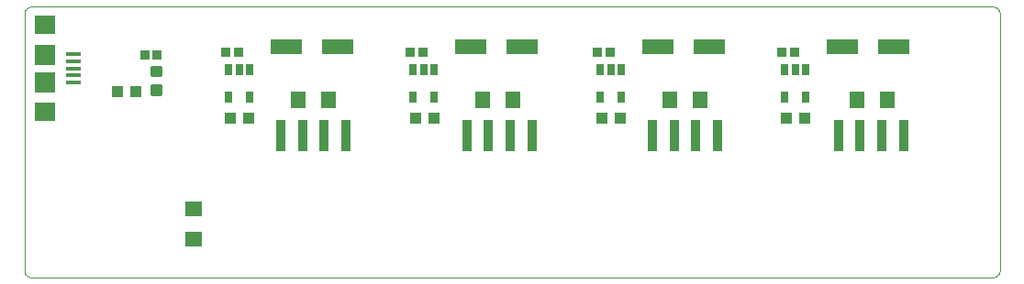
<source format=gtp>
G75*
G70*
%OFA0B0*%
%FSLAX24Y24*%
%IPPOS*%
%LPD*%
%AMOC8*
5,1,8,0,0,1.08239X$1,22.5*
%
%ADD10C,0.0000*%
%ADD11R,0.0354X0.1181*%
%ADD12R,0.0433X0.0394*%
%ADD13R,0.0630X0.0551*%
%ADD14R,0.0272X0.0390*%
%ADD15R,0.0551X0.0138*%
%ADD16R,0.0748X0.0709*%
%ADD17R,0.0748X0.0748*%
%ADD18R,0.0335X0.0354*%
%ADD19R,0.1181X0.0551*%
%ADD20R,0.0551X0.0630*%
%ADD21C,0.0118*%
D10*
X001050Y000970D02*
X035983Y000970D01*
X036013Y000972D01*
X036043Y000977D01*
X036072Y000986D01*
X036099Y000999D01*
X036125Y001014D01*
X036149Y001033D01*
X036170Y001054D01*
X036189Y001078D01*
X036204Y001104D01*
X036217Y001131D01*
X036226Y001160D01*
X036231Y001190D01*
X036233Y001220D01*
X036233Y010563D01*
X036231Y010593D01*
X036226Y010623D01*
X036217Y010652D01*
X036204Y010679D01*
X036189Y010705D01*
X036170Y010729D01*
X036149Y010750D01*
X036125Y010769D01*
X036099Y010784D01*
X036072Y010797D01*
X036043Y010806D01*
X036013Y010811D01*
X035983Y010813D01*
X001050Y010813D01*
X001020Y010811D01*
X000990Y010806D01*
X000961Y010797D01*
X000934Y010784D01*
X000908Y010769D01*
X000884Y010750D01*
X000863Y010729D01*
X000844Y010705D01*
X000829Y010679D01*
X000816Y010652D01*
X000807Y010623D01*
X000802Y010593D01*
X000800Y010563D01*
X000800Y001220D01*
X000802Y001190D01*
X000807Y001160D01*
X000816Y001131D01*
X000829Y001104D01*
X000844Y001078D01*
X000863Y001054D01*
X000884Y001033D01*
X000908Y001014D01*
X000934Y000999D01*
X000961Y000986D01*
X000990Y000977D01*
X001020Y000972D01*
X001050Y000970D01*
D11*
X010119Y006128D03*
X010906Y006128D03*
X011694Y006128D03*
X012481Y006128D03*
X016869Y006128D03*
X017656Y006128D03*
X018444Y006128D03*
X019231Y006128D03*
X023619Y006128D03*
X024406Y006128D03*
X025194Y006128D03*
X025981Y006128D03*
X030369Y006128D03*
X031156Y006128D03*
X031944Y006128D03*
X032731Y006128D03*
D12*
X029135Y006770D03*
X028465Y006770D03*
X022435Y006770D03*
X021765Y006770D03*
X015685Y006770D03*
X015015Y006770D03*
X008935Y006770D03*
X008265Y006770D03*
X004835Y007720D03*
X004165Y007720D03*
D13*
X006950Y003471D03*
X006950Y002369D03*
D14*
X008226Y007508D03*
X008974Y007508D03*
X008974Y008528D03*
X008600Y008528D03*
X008226Y008528D03*
X014926Y008528D03*
X015300Y008528D03*
X015674Y008528D03*
X015674Y007508D03*
X014926Y007508D03*
X021726Y007508D03*
X022474Y007508D03*
X022474Y008528D03*
X022100Y008528D03*
X021726Y008528D03*
X028426Y008528D03*
X028800Y008528D03*
X029174Y008528D03*
X029174Y007508D03*
X028426Y007508D03*
D15*
X002593Y008058D03*
X002593Y008314D03*
X002593Y008570D03*
X002593Y008826D03*
X002593Y009082D03*
D16*
X001550Y010145D03*
X001550Y006995D03*
D17*
X001550Y008070D03*
X001550Y009070D03*
D18*
X005172Y009070D03*
X005628Y009070D03*
X008122Y009170D03*
X008578Y009170D03*
X014822Y009170D03*
X015278Y009170D03*
X021622Y009170D03*
X022078Y009170D03*
X028322Y009170D03*
X028778Y009170D03*
D19*
X030505Y009370D03*
X032395Y009370D03*
X025695Y009370D03*
X023805Y009370D03*
X018895Y009370D03*
X017005Y009370D03*
X012195Y009370D03*
X010305Y009370D03*
D20*
X010749Y007420D03*
X011851Y007420D03*
X017449Y007420D03*
X018551Y007420D03*
X024249Y007420D03*
X025351Y007420D03*
X031049Y007420D03*
X032151Y007420D03*
D21*
X005738Y007637D02*
X005462Y007637D01*
X005462Y007913D01*
X005738Y007913D01*
X005738Y007637D01*
X005738Y007754D02*
X005462Y007754D01*
X005462Y007871D02*
X005738Y007871D01*
X005738Y008327D02*
X005462Y008327D01*
X005462Y008603D01*
X005738Y008603D01*
X005738Y008327D01*
X005738Y008444D02*
X005462Y008444D01*
X005462Y008561D02*
X005738Y008561D01*
M02*

</source>
